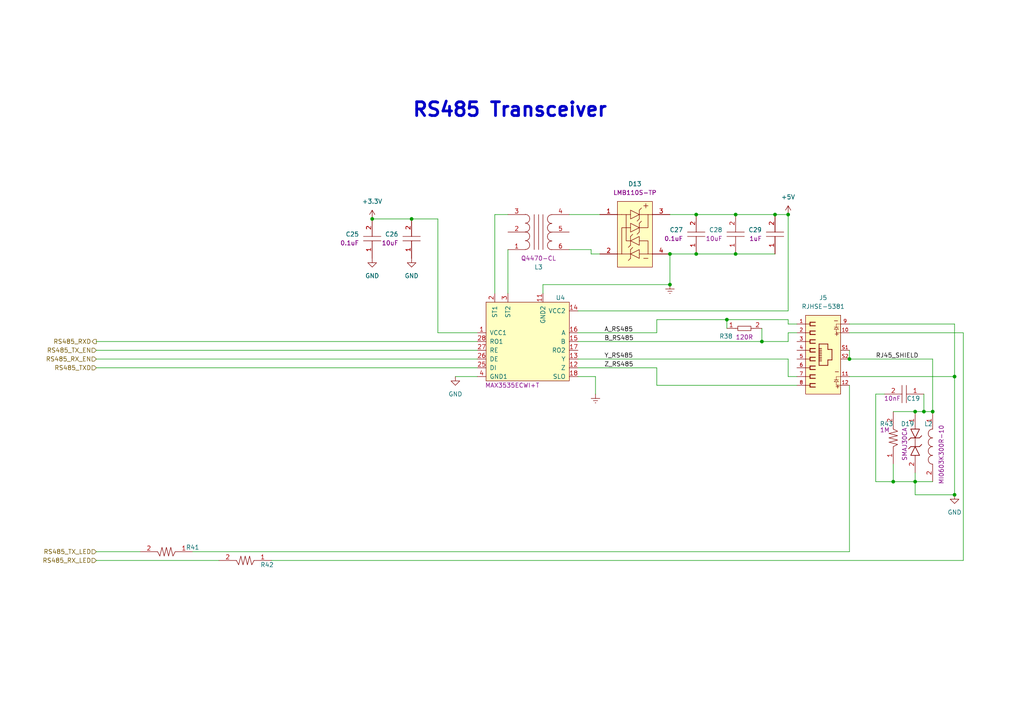
<source format=kicad_sch>
(kicad_sch (version 20231120) (generator "eeschema") (generator_version "8.0")
  (paper "A4")
  (lib_symbols
    (symbol "AVR-KiCAD-Lib-Capacitors:C0805C103KCRACAUTO" (pin_names (offset 1.016))
      (property "Reference" "C" (at -2.54 2.54 0))
      (property "_Value_" "10nF" (at 58.42 63.5 0))
      (symbol "C0805C103KCRACAUTO_1_1"
        (pin input line (at -5.08 0 0) (length 5.08) (name "~") (number "1"))
        (pin input line (at 6.35 0 180) (length 5.08) (name "~") (number "2"))
      )
    )
    (symbol "AVR-KiCAD-Lib-Capacitors:C1206C105K3RACAUTO" (pin_names (offset 1.016))
      (property "Reference" "C" (at -2.54 2.54 0))
      (property "_Value_" "1uF" (at 58.42 63.5 0))
      (symbol "C1206C105K3RACAUTO_1_1"
        (pin input line (at -5.08 0 0) (length 5.08) (name "~") (number "1"))
        (pin input line (at 6.35 0 180) (length 5.08) (name "~") (number "2"))
      )
    )
    (symbol "AVR-KiCAD-Lib-Capacitors:CGA5L3X5R1V106K160AB" (pin_names (offset 1.016))
      (property "Reference" "C" (at -2.54 2.54 0))
      (property "_Value_" "10uF" (at 58.42 63.5 0))
      (symbol "CGA5L3X5R1V106K160AB_1_1"
        (pin input line (at -5.08 0 0) (length 5.08) (name "~") (number "1"))
        (pin input line (at 6.35 0 180) (length 5.08) (name "~") (number "2"))
      )
    )
    (symbol "AVR-KiCAD-Lib-Capacitors:CL10B104JB8NNNC" (pin_names (offset 1.016))
      (property "Reference" "C" (at -2.54 2.54 0))
      (property "_Value_" "0.1uF" (at 58.42 63.5 0))
      (symbol "CL10B104JB8NNNC_1_1"
        (pin input line (at -5.08 0 0) (length 5.08) (name "~") (number "1"))
        (pin input line (at 6.35 0 180) (length 5.08) (name "~") (number "2"))
      )
    )
    (symbol "AVR-KiCAD-Lib-Connectors:RJHSE-5381" (pin_names (offset 1.016))
      (property "Reference" "J" (at -2.54 2.54 0))
      (property "Value" "RJHSE-5381" (at 1.27 5.08 0))
      (symbol "RJHSE-5381_1_1"
        (text "+" (at 0 -21.336 0) (effects (font (size 1.27 1.27)) (justify left bottom)))
        (text "+" (at 0.254 -6.096 0) (effects (font (size 1.27 1.27)) (justify left bottom)))
        (text "-" (at 0.2286 -17.0434 0) (effects (font (size 1.27 1.27)) (justify left bottom)))
        (text "-" (at 0.4826 -2.2606 0) (effects (font (size 1.27 1.27)) (justify left bottom)))
        (pin passive line (at 12.7 -2.54 180) (length 2.54) (name "~") (number "1"))
        (pin passive line (at -2.54 -5.08 0) (length 2.54) (name "~") (number "10"))
        (pin passive line (at -2.54 -17.78 0) (length 2.54) (name "~") (number "11"))
        (pin passive line (at -2.54 -20.32 0) (length 2.54) (name "~") (number "12"))
        (pin passive line (at 12.7 -5.08 180) (length 2.54) (name "~") (number "2"))
        (pin passive line (at 12.7 -7.62 180) (length 2.54) (name "~") (number "3"))
        (pin passive line (at 12.7 -10.16 180) (length 2.54) (name "~") (number "4"))
        (pin passive line (at 12.7 -12.7 180) (length 2.54) (name "~") (number "5"))
        (pin passive line (at 12.7 -15.24 180) (length 2.54) (name "~") (number "6"))
        (pin passive line (at 12.7 -17.78 180) (length 2.54) (name "~") (number "7"))
        (pin passive line (at 12.7 -20.32 180) (length 2.54) (name "~") (number "8"))
        (pin passive line (at -2.54 -2.54 0) (length 2.54) (name "~") (number "9"))
        (pin passive line (at -2.54 -10.16 0) (length 2.54) (name "~") (number "S1"))
        (pin passive line (at -2.54 -12.7 0) (length 2.54) (name "~") (number "S2"))
      )
    )
    (symbol "AVR-KiCAD-Lib-Diodes:LMB110S-TP" (pin_names (offset 1.016))
      (property "Reference" "D" (at 0 19.05 0))
      (property "_Value_" "LMB110S-TP" (at 62.23 77.47 0))
      (symbol "LMB110S-TP_1_1"
        (pin passive line (at -5.08 13.97 0) (length 5.08) (name "~") (number "1"))
        (pin passive line (at -5.08 2.54 0) (length 5.08) (name "~") (number "2"))
        (pin passive line (at 15.24 13.97 180) (length 5.08) (name "") (number "3"))
        (pin passive line (at 15.24 2.54 180) (length 5.08) (name "") (number "4"))
      )
    )
    (symbol "AVR-KiCAD-Lib-Diodes:SMAJ30CA" (pin_names (offset 1.016))
      (property "Reference" "D" (at -2.54 2.54 0))
      (property "_Value_" "SMAJ30CA" (at 58.42 63.5 0))
      (symbol "SMAJ30CA_1_1"
        (pin passive line (at -8.89 0 0) (length 5.08) (name "~") (number "1"))
        (pin passive line (at 8.89 0 180) (length 5.08) (name "~") (number "2"))
      )
    )
    (symbol "AVR-KiCAD-Lib-ICs:MAX3535ECWI+T" (pin_names (offset 1.016))
      (property "Reference" "U" (at -5.08 34.29 0))
      (property "_Value_" "MAX3535ECWI+T" (at 7.62 -1.27 0))
      (symbol "MAX3535ECWI+T_1_1"
        (pin power_in line (at -2.54 13.97 0) (length 2.54) (name "VCC1") (number "1"))
        (pin passive line (at 16.51 25.4 270) (length 2.54) (name "GND2") (number "11"))
        (pin output line (at 26.67 3.81 180) (length 2.54) (name "Z") (number "12"))
        (pin output line (at 26.67 6.35 180) (length 2.54) (name "Y") (number "13"))
        (pin power_in line (at 26.67 20.32 180) (length 2.54) (name "VCC2") (number "14"))
        (pin input line (at 26.67 11.43 180) (length 2.54) (name "B") (number "15"))
        (pin input line (at 26.67 13.97 180) (length 2.54) (name "A") (number "16"))
        (pin output line (at 26.67 8.89 180) (length 2.54) (name "RO2") (number "17"))
        (pin input line (at 26.67 1.27 180) (length 2.54) (name "SLO") (number "18"))
        (pin output line (at 2.54 25.4 270) (length 2.54) (name "ST1") (number "2"))
        (pin input line (at -2.54 3.81 0) (length 2.54) (name "DI") (number "25"))
        (pin input line (at -2.54 6.35 0) (length 2.54) (name "DE") (number "26"))
        (pin output line (at -2.54 8.89 0) (length 2.54) (name "RE") (number "27"))
        (pin output line (at -2.54 11.43 0) (length 2.54) (name "RO1") (number "28"))
        (pin output line (at 6.35 25.4 270) (length 2.54) (name "ST2") (number "3"))
        (pin passive line (at -2.54 1.27 0) (length 2.54) (name "GND1") (number "4"))
      )
    )
    (symbol "AVR-KiCAD-Lib-Inductors:MI0603K300R-10" (pin_names (offset 1.016))
      (property "Reference" "L" (at -2.54 2.54 0))
      (property "_Value_" "MI0603K300R-10" (at 58.42 63.5 0))
      (symbol "MI0603K300R-10_1_1"
        (pin input line (at -10.16 0 0) (length 5.08) (name "~") (number "1"))
        (pin input line (at 10.16 0 180) (length 5.08) (name "~") (number "2"))
      )
    )
    (symbol "AVR-KiCAD-Lib-Resistors:AC0402FR-07120RL" (pin_names (offset 1.016))
      (property "Reference" "R" (at -2.54 2.54 0))
      (property "Value" "AC0402FR-07120RL" (at 1.27 5.08 0))
      (property "_Value_" "120R" (at 58.42 63.5 0))
      (symbol "AC0402FR-07120RL_1_1"
        (pin passive line (at -5.08 0 0) (length 2.5146) (name "~") (number "1"))
        (pin passive line (at 5.08 0 180) (length 2.5146) (name "~") (number "2"))
      )
    )
    (symbol "AVR-KiCAD-Lib-Resistors:RC0603FR-07470RL" (pin_names (offset 1.016))
      (property "Reference" "R" (at -2.54 2.54 0))
      (property "Value" "RC0603FR-07470RL" (at 1.27 5.08 0))
      (symbol "RC0603FR-07470RL_1_1"
        (pin passive line (at -7.62 0 0) (length 5.08) (name "~") (number "1"))
        (pin passive line (at 7.62 0 180) (length 5.08) (name "~") (number "2"))
      )
    )
    (symbol "AVR-KiCAD-Lib-Resistors:RC1206FR-071ML" (pin_names (offset 1.016))
      (property "Reference" "R" (at -2.54 2.54 0))
      (property "Value" "RC1206FR-071ML" (at 1.27 5.08 0))
      (property "_Value_" "1M" (at 58.42 63.5 0))
      (symbol "RC1206FR-071ML_1_1"
        (pin passive line (at -7.62 0 0) (length 5.08) (name "~") (number "1"))
        (pin passive line (at 7.62 0 180) (length 5.08) (name "~") (number "2"))
      )
    )
    (symbol "AVR-KiCAD-Lib-Transformers:Q4470-CL" (pin_names (offset 1.016))
      (property "Reference" "L" (at -7.62 8.89 0))
      (property "_Value_" "Q4470-CL" (at 58.42 63.5 0))
      (symbol "Q4470-CL_1_1"
        (pin bidirectional line (at -8.89 5.08 0) (length 5.08) (name "~") (number "1"))
        (pin bidirectional line (at -8.89 0 0) (length 5.08) (name "~") (number "2"))
        (pin bidirectional line (at -8.89 -5.08 0) (length 5.08) (name "") (number "3"))
        (pin bidirectional line (at 8.89 -5.08 180) (length 5.08) (name "") (number "4"))
        (pin bidirectional line (at 8.89 0 180) (length 5.08) (name "") (number "5"))
        (pin bidirectional line (at 8.89 5.08 180) (length 5.08) (name "") (number "6"))
      )
    )
    (symbol "power:+3.3V" (power) (pin_names (offset 0))
      (property "Value" "+3.3V" (at 0 3.556 0))
      (symbol "+3.3V_1_1"
        (pin power_in line (at 0 0 90) (length 0) hide (name "+3.3V") (number "1"))
      )
    )
    (symbol "power:+5V" (power) (pin_names (offset 0))
      (property "Value" "+5V" (at 0 3.556 0))
      (symbol "+5V_1_1"
        (pin power_in line (at 0 0 90) (length 0) hide (name "+5V") (number "1"))
      )
    )
    (symbol "power:Earth" (power) (pin_names (offset 0))
      (symbol "Earth_1_1"
        (pin power_in line (at 0 0 270) (length 0) hide (name "Earth") (number "1"))
      )
    )
    (symbol "power:GND" (power) (pin_names (offset 0))
      (property "Value" "GND" (at 0 -3.81 0))
      (symbol "GND_1_1"
        (pin power_in line (at 0 0 270) (length 0) hide (name "GND") (number "1"))
      )
    )
  )
  (junction (at 276.86 143.51))
  (junction (at 246.38 104.14))
  (junction (at 276.86 109.22))
  (junction (at 224.79 62.23))
  (junction (at 267.97 119.38))
  (junction (at 228.6 62.23))
  (junction (at 270.51 119.38))
  (junction (at 265.43 119.38))
  (junction (at 220.98 99.06))
  (junction (at 265.43 139.7))
  (junction (at 107.95 63.5))
  (junction (at 201.93 62.23))
  (junction (at 194.31 82.55))
  (junction (at 213.36 73.66))
  (junction (at 259.08 139.7))
  (junction (at 201.93 73.66))
  (junction (at 194.31 73.66))
  (junction (at 119.38 63.5))
  (junction (at 213.36 62.23))
  (junction (at 210.82 92.71))
  (wire (pts (xy 165.1 72.39) (xy 171.45 72.39)))
  (wire (pts (xy 171.45 72.39) (xy 171.45 73.66)))
  (wire (pts (xy 190.5 92.71) (xy 210.82 92.71)))
  (wire (pts (xy 265.43 139.7) (xy 270.51 139.7)))
  (wire (pts (xy 265.43 119.38) (xy 259.08 119.38)))
  (wire (pts (xy 201.93 73.66) (xy 213.36 73.66)))
  (wire (pts (xy 220.98 95.25) (xy 220.98 99.06)))
  (wire (pts (xy 210.82 92.71) (xy 210.82 95.25)))
  (wire (pts (xy 27.94 99.06) (xy 138.43 99.06)))
  (wire (pts (xy 228.6 109.22) (xy 231.14 109.22)))
  (wire (pts (xy 119.38 63.5) (xy 127 63.5)))
  (wire (pts (xy 265.43 139.7) (xy 265.43 143.51)))
  (wire (pts (xy 213.36 62.23) (xy 224.79 62.23)))
  (wire (pts (xy 267.97 119.38) (xy 265.43 119.38)))
  (wire (pts (xy 246.38 111.76) (xy 246.38 160.02)))
  (wire (pts (xy 228.6 96.52) (xy 231.14 96.52)))
  (wire (pts (xy 143.51 62.23) (xy 143.51 85.09)))
  (wire (pts (xy 210.82 92.71) (xy 228.6 92.71)))
  (wire (pts (xy 224.79 62.23) (xy 228.6 62.23)))
  (wire (pts (xy 246.38 101.6) (xy 246.38 104.14)))
  (wire (pts (xy 167.64 109.22) (xy 172.72 109.22)))
  (wire (pts (xy 190.5 96.52) (xy 190.5 92.71)))
  (wire (pts (xy 228.6 93.98) (xy 231.14 93.98)))
  (wire (pts (xy 265.43 137.16) (xy 265.43 139.7)))
  (wire (pts (xy 246.38 96.52) (xy 279.4 96.52)))
  (wire (pts (xy 265.43 139.7) (xy 259.08 139.7)))
  (wire (pts (xy 127 96.52) (xy 127 63.5)))
  (wire (pts (xy 270.51 119.38) (xy 267.97 119.38)))
  (wire (pts (xy 147.32 85.09) (xy 147.32 72.39)))
  (wire (pts (xy 27.94 101.6) (xy 138.43 101.6)))
  (wire (pts (xy 190.5 111.76) (xy 231.14 111.76)))
  (wire (pts (xy 194.31 82.55) (xy 157.48 82.55)))
  (wire (pts (xy 228.6 92.71) (xy 228.6 93.98)))
  (wire (pts (xy 228.6 90.17) (xy 228.6 62.23)))
  (wire (pts (xy 265.43 143.51) (xy 276.86 143.51)))
  (wire (pts (xy 279.4 96.52) (xy 279.4 162.56)))
  (wire (pts (xy 276.86 109.22) (xy 276.86 143.51)))
  (wire (pts (xy 165.1 62.23) (xy 173.99 62.23)))
  (wire (pts (xy 246.38 93.98) (xy 276.86 93.98)))
  (wire (pts (xy 228.6 104.14) (xy 228.6 109.22)))
  (wire (pts (xy 78.74 162.56) (xy 279.4 162.56)))
  (wire (pts (xy 259.08 139.7) (xy 254 139.7)))
  (wire (pts (xy 259.08 134.62) (xy 259.08 139.7)))
  (wire (pts (xy 220.98 99.06) (xy 228.6 99.06)))
  (wire (pts (xy 276.86 93.98) (xy 276.86 109.22)))
  (wire (pts (xy 167.64 96.52) (xy 190.5 96.52)))
  (wire (pts (xy 228.6 99.06) (xy 228.6 96.52)))
  (wire (pts (xy 276.86 109.22) (xy 246.38 109.22)))
  (wire (pts (xy 172.72 109.22) (xy 172.72 114.3)))
  (wire (pts (xy 267.97 114.3) (xy 267.97 119.38)))
  (wire (pts (xy 256.54 114.3) (xy 254 114.3)))
  (wire (pts (xy 167.64 99.06) (xy 220.98 99.06)))
  (wire (pts (xy 27.94 160.02) (xy 40.64 160.02)))
  (wire (pts (xy 167.64 106.68) (xy 190.5 106.68)))
  (wire (pts (xy 167.64 104.14) (xy 228.6 104.14)))
  (wire (pts (xy 132.08 109.22) (xy 138.43 109.22)))
  (wire (pts (xy 194.31 73.66) (xy 201.93 73.66)))
  (wire (pts (xy 254 114.3) (xy 254 139.7)))
  (wire (pts (xy 157.48 82.55) (xy 157.48 85.09)))
  (wire (pts (xy 190.5 106.68) (xy 190.5 111.76)))
  (wire (pts (xy 270.51 104.14) (xy 246.38 104.14)))
  (wire (pts (xy 171.45 73.66) (xy 173.99 73.66)))
  (wire (pts (xy 55.88 160.02) (xy 246.38 160.02)))
  (wire (pts (xy 107.95 63.5) (xy 119.38 63.5)))
  (wire (pts (xy 27.94 106.68) (xy 138.43 106.68)))
  (wire (pts (xy 167.64 90.17) (xy 228.6 90.17)))
  (wire (pts (xy 147.32 62.23) (xy 143.51 62.23)))
  (wire (pts (xy 213.36 73.66) (xy 224.79 73.66)))
  (wire (pts (xy 27.94 104.14) (xy 138.43 104.14)))
  (wire (pts (xy 194.31 73.66) (xy 194.31 82.55)))
  (wire (pts (xy 127 96.52) (xy 138.43 96.52)))
  (wire (pts (xy 201.93 62.23) (xy 194.31 62.23)))
  (wire (pts (xy 270.51 119.38) (xy 270.51 104.14)))
  (wire (pts (xy 201.93 62.23) (xy 213.36 62.23)))
  (wire (pts (xy 27.94 162.56) (xy 63.5 162.56)))
  (text "RS485 Transceiver" (at 119.38 34.29 0) (effects (font (size 4 4) (thickness 0.8) (bold yes)) (justify left bottom)))
  (label "B_RS485" (at 175.26 99.06 0))
  (label "RJ45_SHIELD" (at 254 104.14 0))
  (label "Z_RS485" (at 175.26 106.68 0))
  (label "A_RS485" (at 175.26 96.52 0))
  (label "Y_RS485" (at 175.26 104.14 0))
  (hierarchical_label "RS485_RX_LED" (shape input) (at 27.94 162.56 180))
  (hierarchical_label "RS485_TX_EN" (shape input) (at 27.94 101.6 180))
  (hierarchical_label "RS485_RX_EN" (shape input) (at 27.94 104.14 180))
  (hierarchical_label "RS485_TXD" (shape input) (at 27.94 106.68 180))
  (hierarchical_label "RS485_RXD" (shape output) (at 27.94 99.06 180))
  (hierarchical_label "RS485_TX_LED" (shape input) (at 27.94 160.02 180))
  (symbol (lib_id "power:Earth") (at 172.72 114.3 0) (unit 1)
    (property "Reference" "#PWR068" (effects (hide yes)))
    (property "Value" "Earth" (effects (hide yes)))
  )
  (symbol (lib_id "AVR-KiCAD-Lib-Capacitors:C1206C105K3RACAUTO") (at 224.79 68.58 90) (unit 1)
    (property "Reference" "C29" (at 220.98 66.675 90) (effects (justify left)))
    (property "Value" "C1206C105K3RACAUTO" (effects (hide yes)))
    (property "Footprint" "AVR-KiCAD-Lib-Diodes:D_SOD-123" (effects (hide yes)))
    (property "Datasheet" "https://content.kemet.com/datasheets/KEM_C1023_X7R_AUTO_SMD.pdf" (effects (hide yes)))
    (property "Description" "1µF ±10% 25V Ceramic Capacitor X7R 1206 (3216 Metric)" (effects (hide yes)))
    (property "Cost QTY: 1" "0.25000" (effects (hide yes)))
    (property "Cost QTY: 1000" "0.06064" (effects (hide yes)))
    (property "Cost QTY: 2500" "*" (effects (hide yes)))
    (property "Cost QTY: 5000" "*" (effects (hide yes)))
    (property "Cost QTY: 10000" "0.04594" (effects (hide yes)))
    (property "MFR" "KEMET" (effects (hide yes)))
    (property "MFR#" "C1206C105K3RACAUTO" (effects (hide yes)))
    (property "Vendor" "Digikey" (effects (hide yes)))
    (property "Vendor #" "399-7010-1-ND" (effects (hide yes)))
    (property "Designer" "AVR" (effects (hide yes)))
    (property "Height" "1.40mm" (effects (hide yes)))
    (property "Date Created" "7/31/2020" (effects (hide yes)))
    (property "Date Modified" "7/31/2020" (effects (hide yes)))
    (property "Lead-Free ?" "YES" (effects (hide yes)))
    (property "RoHS Levels" "1" (effects (hide yes)))
    (property "Mounting" "SMT" (effects (hide yes)))
    (property "Pin Count #" "2" (effects (hide yes)))
    (property "Status" "Active" (effects (hide yes)))
    (property "Tolerance" "10%" (effects (hide yes)))
    (property "Type" "Capacitor" (effects (hide yes)))
    (property "Voltage" "25V" (effects (hide yes)))
    (property "Package" "1206" (effects (hide yes)))
    (property "_Value_" "1uF" (at 220.98 69.215 90) (effects (justify left)))
    (property "Management_ID" "*" (effects (hide yes)))
  )
  (symbol (lib_id "AVR-KiCAD-Lib-Inductors:MI0603K300R-10") (at 270.51 129.54 90) (mirror x) (unit 1)
    (property "Reference" "L2" (at 270.51 122.936 90) (effects (justify left)))
    (property "Value" "MI0603K300R-10" (effects (hide yes)))
    (property "Footprint" "AVR-KiCAD-Lib-Inductors:MI0603K300R-10" (effects (hide yes)))
    (property "Datasheet" "https://www.laird.com/sites/default/files/2018-11/Catalog_EMI%20FILTERING%20RF%200717.pdf" (effects (hide yes)))
    (property "Description" "30 Ohms @ 100MHz 1 Power Line Ferrite Bead 0603 (1608 Metric) 1.5A 90mOhm" (effects (hide yes)))
    (property "Cost QTY: 1" "0.16000" (effects (hide yes)))
    (property "Cost QTY: 1000" "0.04313" (effects (hide yes)))
    (property "Cost QTY: 2500" "*" (effects (hide yes)))
    (property "Cost QTY: 5000" "*" (effects (hide yes)))
    (property "Cost QTY: 10000" "*" (effects (hide yes)))
    (property "MFR" "Laird-Signal Integrity Products" (effects (hide yes)))
    (property "MFR#" "MI0603K300R-10" (effects (hide yes)))
    (property "Vendor" "Digikey" (effects (hide yes)))
    (property "Vendor #" "240-2373-1-ND" (effects (hide yes)))
    (property "Designer" "AVR" (effects (hide yes)))
    (property "Height" "0.95mm" (effects (hide yes)))
    (property "Date Created" "6/16/2020" (effects (hide yes)))
    (property "Date Modified" "6/16/2020" (effects (hide yes)))
    (property "Lead-Free ?" "Yes" (effects (hide yes)))
    (property "RoHS Levels" "1" (effects (hide yes)))
    (property "Mounting" "SMT" (effects (hide yes)))
    (property "Pin Count #" "2" (effects (hide yes)))
    (property "Status" "Active" (effects (hide yes)))
    (property "Tolerance" "*" (effects (hide yes)))
    (property "Type" "Ferrite Bead" (effects (hide yes)))
    (property "Voltage" "*" (effects (hide yes)))
    (property "Package" "0603" (effects (hide yes)))
    (property "_Value_" "MI0603K300R-10" (at 273.05 123.19 0) (effects (justify left)))
    (property "Management_ID" "*" (effects (hide yes)))
  )
  (symbol (lib_id "AVR-KiCAD-Lib-Capacitors:CGA5L3X5R1V106K160AB") (at 213.36 68.58 90) (unit 1)
    (property "Reference" "C28" (at 209.55 66.675 90) (effects (justify left)))
    (property "Value" "CGA5L3X5R1V106K160AB" (effects (hide yes)))
    (property "Footprint" "AVR-KiCAD-Lib-Capacitors:C1206" (effects (hide yes)))
    (property "Datasheet" "https://product.tdk.com/system/files/dam/doc/product/capacitor/ceramic/mlcc/catalog/mlcc_automotive_general_en.pdf" (effects (hide yes)))
    (property "Description" "10 µF ±10% 35V Ceramic Capacitor X5R 1206 (3216 Metric)" (effects (hide yes)))
    (property "Cost QTY: 1" "*" (effects (hide yes)))
    (property "Cost QTY: 1000" "*" (effects (hide yes)))
    (property "Cost QTY: 2500" "*" (effects (hide yes)))
    (property "Cost QTY: 5000" "*" (effects (hide yes)))
    (property "Cost QTY: 10000" "*" (effects (hide yes)))
    (property "MFR" "TDK Corporation" (effects (hide yes)))
    (property "MFR#" "CGA5L3X5R1V106K160AB" (effects (hide yes)))
    (property "Vendor" "Digikey" (effects (hide yes)))
    (property "Vendor #" "445-7887-2-ND" (effects (hide yes)))
    (property "Designer" "AVR" (effects (hide yes)))
    (property "Height" "1.9mm" (effects (hide yes)))
    (property "Date Created" "10/13/2022" (effects (hide yes)))
    (property "Date Modified" "10/13/2022" (effects (hide yes)))
    (property "Lead-Free ?" "Yes" (effects (hide yes)))
    (property "RoHS Levels" "1" (effects (hide yes)))
    (property "Mounting" "SMT" (effects (hide yes)))
    (property "Pin Count #" "2" (effects (hide yes)))
    (property "Status" "Active" (effects (hide yes)))
    (property "Tolerance" "10%" (effects (hide yes)))
    (property "Type" "Ceramic Cap" (effects (hide yes)))
    (property "Voltage" "35V" (effects (hide yes)))
    (property "Package" "1206" (effects (hide yes)))
    (property "_Value_" "10uF" (at 209.55 69.215 90) (effects (justify left)))
    (property "Management_ID" "*" (effects (hide yes)))
  )
  (symbol (lib_id "AVR-KiCAD-Lib-Connectors:RJHSE-5381") (at 243.84 91.44 0) (mirror y) (unit 1)
    (property "Reference" "J5" (at 238.76 86.36 0))
    (property "Value" "RJHSE-5381" (at 238.76 88.9 0))
    (property "Footprint" "AVR-KiCAD-Lib-Connectors:AMPHENOL_RJHSE-5381" (effects (hide yes)))
    (property "Datasheet" "https://cdn.amphenol-icc.com/media/wysiwyg/files/drawing/rjhse538x.pdf" (effects (hide yes)))
    (property "Description" "Jack Modular Connector 8p8c (RJ45, Ethernet) 90° Angle (Right) Shielded, EMI Finger" (effects (hide yes)))
    (property "Cost QTY: 1" "1.98000" (effects (hide yes)))
    (property "Cost QTY: 1000" "1.09761" (effects (hide yes)))
    (property "Cost QTY: 2500" "1.02444" (effects (hide yes)))
    (property "Cost QTY: 5000" "*" (effects (hide yes)))
    (property "Cost QTY: 10000" "*" (effects (hide yes)))
    (property "MFR" "Amphenol ICC (Commercial Products)" (effects (hide yes)))
    (property "MFR#" "RJHSE-5381" (effects (hide yes)))
    (property "Vendor" "Digikey" (effects (hide yes)))
    (property "Vendor #" "RJHSE-5381-ND" (effects (hide yes)))
    (property "Designer" "AVR" (effects (hide yes)))
    (property "Height" "13.46mm" (effects (hide yes)))
    (property "Date Created" "6/16/2020" (effects (hide yes)))
    (property "Date Modified" "4/26/2024" (effects (hide yes)))
    (property "Lead-Free ?" "Yes" (effects (hide yes)))
    (property "RoHS Levels" "1" (effects (hide yes)))
    (property "Mounting" "ThroughHole" (effects (hide yes)))
    (property "Pin Count #" "14" (effects (hide yes)))
    (property "Status" "Active" (effects (hide yes)))
    (property "Tolerance" "*" (effects (hide yes)))
    (property "Type" "RJ45" (effects (hide yes)))
    (property "Voltage" "*" (effects (hide yes)))
    (property "Package" "*" (effects (hide yes)))
    (property "_Value_" "RJ45 NO MAG" (effects (hide yes)))
    (property "Management_ID" "*" (effects (hide yes)))
  )
  (symbol (lib_id "power:GND") (at 107.95 74.93 0) (unit 1)
    (property "Reference" "#PWR065" (effects (hide yes)))
    (property "Value" "GND" (at 107.95 80.01 0))
  )
  (symbol (lib_id "AVR-KiCAD-Lib-Resistors:RC0603FR-07470RL") (at 48.26 160.02 180) (unit 1)
    (property "Reference" "R41" (at 55.88 158.75 0))
    (property "Value" "RC0603FR-07470RL" (effects (hide yes)))
    (property "Footprint" "AVR-KiCAD-Lib-Resistors:R0603" (effects (hide yes)))
    (property "Description" "RES SMD 470 OHM 1% 1/10W 0603" (effects (hide yes)))
    (property "Cost QTY: 1" "0.100" (effects (hide yes)))
    (property "Cost QTY: 1000" "0.00476" (effects (hide yes)))
    (property "Cost QTY: 2500" "0.00418" (effects (hide yes)))
    (property "Cost QTY: 5000" "*" (effects (hide yes)))
    (property "Cost QTY: 10000" "*" (effects (hide yes)))
    (property "MFR" "Yageo" (effects (hide yes)))
    (property "MFR#" "RC0603FR-07470RL" (effects (hide yes)))
    (property "Vendor" "Digikey" (effects (hide yes)))
    (property "Vendor #" "311-470HRCT-ND" (effects (hide yes)))
    (property "Designer" "AVR" (effects (hide yes)))
    (property "Height" "0.55mm" (effects (hide yes)))
    (property "Date Created" "4/23/2019" (effects (hide yes)))
    (property "Date Modified" "4/23/2019" (effects (hide yes)))
    (property "Lead-Free ?" "Yes" (effects (hide yes)))
    (property "RoHS Levels" "1" (effects (hide yes)))
    (property "Mounting" "SMT" (effects (hide yes)))
    (property "Pin Count #" "2" (effects (hide yes)))
    (property "Status" "Active" (effects (hide yes)))
    (property "Tolerance" "1%" (effects (hide yes)))
    (property "Type" "SMT Chip Resistor" (effects (hide yes)))
    (property "Voltage" "*" (effects (hide yes)))
    (property "Package" "0603" (effects (hide yes)))
    (property "_Value_" "470r" (effects (hide yes)))
    (property "Management_ID" "*" (effects (hide yes)))
  )
  (symbol (lib_id "AVR-KiCAD-Lib-ICs:MAX3535ECWI+T") (at 140.97 110.49 0) (unit 1)
    (property "Reference" "U4" (at 162.56 86.36 0))
    (property "Value" "MAX3535ECWI+T" (effects (hide yes)))
    (property "Footprint" "AVR-KiCAD-Lib-ICs:21-0145_W28M&plus_9_MXM" (effects (hide yes)))
    (property "Datasheet" "https://www.analog.com/media/en/technical-documentation/data-sheets/max3535e-mxl1535e.pdf" (effects (hide yes)))
    (property "Description" "1/1 Transceiver Full RS422, RS485 28-SOIC" (effects (hide yes)))
    (property "Cost QTY: 1" "13.07000" (effects (hide yes)))
    (property "Cost QTY: 1000" "8.27473" (effects (hide yes)))
    (property "Cost QTY: 2500" "*" (effects (hide yes)))
    (property "Cost QTY: 5000" "*" (effects (hide yes)))
    (property "Cost QTY: 10000" "*" (effects (hide yes)))
    (property "MFR" "Analog Devices Inc./Maxim Integrated" (effects (hide yes)))
    (property "MFR#" "MAX3535ECWI+T" (effects (hide yes)))
    (property "Vendor" "Digikey" (effects (hide yes)))
    (property "Vendor #" "MAX3535ECWI+TTR-ND" (effects (hide yes)))
    (property "Designer" "Adam Vadala-Roth" (effects (hide yes)))
    (property "Height" "2.65mm" (effects (hide yes)))
    (property "Date Created" "10/4/2023" (effects (hide yes)))
    (property "Date Modified" "10/4/2023" (effects (hide yes)))
    (property "Lead-Free ?" "Yes" (effects (hide yes)))
    (property "RoHS Levels" "1" (effects (hide yes)))
    (property "Mounting" "SMT" (effects (hide yes)))
    (property "Pin Count #" "16" (effects (hide yes)))
    (property "Status" "Active" (effects (hide yes)))
    (property "Tolerance" "N/A" (effects (hide yes)))
    (property "Type" "Integrated Circuit" (effects (hide yes)))
    (property "Voltage" "3-5.5V" (effects (hide yes)))
    (property "Package" "SOIC28 (16 Leads)" (effects (hide yes)))
    (property "_Value_" "MAX3535ECWI+T" (at 148.59 111.76 0))
    (property "Management_ID" "*" (effects (hide yes)))
  )
  (symbol (lib_id "power:+5V") (at 228.6 62.23 0) (unit 1)
    (property "Reference" "#PWR070" (effects (hide yes)))
    (property "Value" "+5V" (at 228.6 57.15 0))
  )
  (symbol (lib_id "AVR-KiCAD-Lib-Capacitors:CL10B104JB8NNNC") (at 201.93 68.58 90) (unit 1)
    (property "Reference" "C27" (at 198.12 66.675 90) (effects (justify left)))
    (property "Value" "CL10B104JB8NNNC" (effects (hide yes)))
    (property "Footprint" "AVR-KiCAD-Lib-Capacitors:C0603" (effects (hide yes)))
    (property "Datasheet" "https://mm.digikey.com/Volume0/opasdata/d220001/medias/docus/609/CL10B104JB8NNNC_Spec.pdf" (effects (hide yes)))
    (property "Description" "0.1 µF ±5% 50V Ceramic Capacitor X7R 0603 (1608 Metric)" (effects (hide yes)))
    (property "Cost QTY: 1" "0.10000" (effects (hide yes)))
    (property "Cost QTY: 1000" "0.00975" (effects (hide yes)))
    (property "Cost QTY: 2500" "*" (effects (hide yes)))
    (property "Cost QTY: 5000" "*" (effects (hide yes)))
    (property "Cost QTY: 10000" "*" (effects (hide yes)))
    (property "MFR" "Samsung Electro-Mechanics" (effects (hide yes)))
    (property "MFR#" "CL10B104JB8NNNC" (effects (hide yes)))
    (property "Vendor" "Digikey" (effects (hide yes)))
    (property "Vendor #" "1276-1033-2-ND" (effects (hide yes)))
    (property "Designer" "Adam Vadala-Roth" (effects (hide yes)))
    (property "Height" "0.90" (effects (hide yes)))
    (property "Date Created" "10/3/2023" (effects (hide yes)))
    (property "Date Modified" "10/3/2023" (effects (hide yes)))
    (property "Lead-Free ?" "Yes" (effects (hide yes)))
    (property "RoHS Levels" "1" (effects (hide yes)))
    (property "Mounting" "SMT" (effects (hide yes)))
    (property "Pin Count #" "2" (effects (hide yes)))
    (property "Status" "Active" (effects (hide yes)))
    (property "Tolerance" "5%" (effects (hide yes)))
    (property "Type" "Capacitor" (effects (hide yes)))
    (property "Voltage" "50V" (effects (hide yes)))
    (property "Package" "0603" (effects (hide yes)))
    (property "_Value_" "0.1uF" (at 198.12 69.215 90) (effects (justify left)))
    (property "Management_ID" "*" (effects (hide yes)))
  )
  (symbol (lib_id "AVR-KiCAD-Lib-Capacitors:C0805C103KCRACAUTO") (at 262.89 114.3 0) (mirror y) (unit 1)
    (property "Reference" "C19" (at 264.922 115.57 0))
    (property "Value" "C0805C103KCRACAUTO" (effects (hide yes)))
    (property "Footprint" "AVR-KiCAD-Lib-Capacitors:C0805" (effects (hide yes)))
    (property "Datasheet" "https://content.kemet.com/datasheets/KEM_C1076_X7R_HV_AUTO_SMD.pdf" (effects (hide yes)))
    (property "Description" "CAP CER 0805 10NF 500V X7R 10%" (effects (hide yes)))
    (property "Cost QTY: 1" "0.35000" (effects (hide yes)))
    (property "Cost QTY: 1000" "0.08498" (effects (hide yes)))
    (property "Cost QTY: 2500" "*" (effects (hide yes)))
    (property "Cost QTY: 5000" "*" (effects (hide yes)))
    (property "Cost QTY: 10000" "*" (effects (hide yes)))
    (property "MFR" "Kemet" (effects (hide yes)))
    (property "MFR#" "C0805C103KCRACAUTO" (effects (hide yes)))
    (property "Vendor" "Digikey" (effects (hide yes)))
    (property "Vendor #" "399-16644-1-ND" (effects (hide yes)))
    (property "Designer" "AVR" (effects (hide yes)))
    (property "Height" "1.4mm" (effects (hide yes)))
    (property "Date Created" "4/29/2019" (effects (hide yes)))
    (property "Date Modified" "4/29/2019" (effects (hide yes)))
    (property "Lead-Free ?" "Yes" (effects (hide yes)))
    (property "RoHS Levels" "1" (effects (hide yes)))
    (property "Mounting" "SMT" (effects (hide yes)))
    (property "Pin Count #" "2" (effects (hide yes)))
    (property "Status" "Active" (effects (hide yes)))
    (property "Tolerance" "10%" (effects (hide yes)))
    (property "Type" "SMT Ceramic Cap" (effects (hide yes)))
    (property "Voltage" "500V" (effects (hide yes)))
    (property "Package" "0805" (effects (hide yes)))
    (property "_Value_" "10nF" (at 258.826 115.57 0))
    (property "Management_ID" "*" (effects (hide yes)))
  )
  (symbol (lib_id "AVR-KiCAD-Lib-Capacitors:CL10B104JB8NNNC") (at 107.95 69.85 90) (unit 1)
    (property "Reference" "C25" (at 104.14 67.945 90) (effects (justify left)))
    (property "Value" "CL10B104JB8NNNC" (effects (hide yes)))
    (property "Footprint" "AVR-KiCAD-Lib-Capacitors:C0603" (effects (hide yes)))
    (property "Datasheet" "https://mm.digikey.com/Volume0/opasdata/d220001/medias/docus/609/CL10B104JB8NNNC_Spec.pdf" (effects (hide yes)))
    (property "Description" "0.1 µF ±5% 50V Ceramic Capacitor X7R 0603 (1608 Metric)" (effects (hide yes)))
    (property "Cost QTY: 1" "0.10000" (effects (hide yes)))
    (property "Cost QTY: 1000" "0.00975" (effects (hide yes)))
    (property "Cost QTY: 2500" "*" (effects (hide yes)))
    (property "Cost QTY: 5000" "*" (effects (hide yes)))
    (property "Cost QTY: 10000" "*" (effects (hide yes)))
    (property "MFR" "Samsung Electro-Mechanics" (effects (hide yes)))
    (property "MFR#" "CL10B104JB8NNNC" (effects (hide yes)))
    (property "Vendor" "Digikey" (effects (hide yes)))
    (property "Vendor #" "1276-1033-2-ND" (effects (hide yes)))
    (property "Designer" "Adam Vadala-Roth" (effects (hide yes)))
    (property "Height" "0.90" (effects (hide yes)))
    (property "Date Created" "10/3/2023" (effects (hide yes)))
    (property "Date Modified" "10/3/2023" (effects (hide yes)))
    (property "Lead-Free ?" "Yes" (effects (hide yes)))
    (property "RoHS Levels" "1" (effects (hide yes)))
    (property "Mounting" "SMT" (effects (hide yes)))
    (property "Pin Count #" "2" (effects (hide yes)))
    (property "Status" "Active" (effects (hide yes)))
    (property "Tolerance" "5%" (effects (hide yes)))
    (property "Type" "Capacitor" (effects (hide yes)))
    (property "Voltage" "50V" (effects (hide yes)))
    (property "Package" "0603" (effects (hide yes)))
    (property "_Value_" "0.1uF" (at 104.14 70.485 90) (effects (justify left)))
    (property "Management_ID" "*" (effects (hide yes)))
  )
  (symbol (lib_id "AVR-KiCAD-Lib-Capacitors:CGA5L3X5R1V106K160AB") (at 119.38 69.85 90) (unit 1)
    (property "Reference" "C26" (at 115.57 67.945 90) (effects (justify left)))
    (property "Value" "CGA5L3X5R1V106K160AB" (effects (hide yes)))
    (property "Footprint" "AVR-KiCAD-Lib-Capacitors:C1206" (effects (hide yes)))
    (property "Datasheet" "https://product.tdk.com/system/files/dam/doc/product/capacitor/ceramic/mlcc/catalog/mlcc_automotive_general_en.pdf" (effects (hide yes)))
    (property "Description" "10 µF ±10% 35V Ceramic Capacitor X5R 1206 (3216 Metric)" (effects (hide yes)))
    (property "Cost QTY: 1" "*" (effects (hide yes)))
    (property "Cost QTY: 1000" "*" (effects (hide yes)))
    (property "Cost QTY: 2500" "*" (effects (hide yes)))
    (property "Cost QTY: 5000" "*" (effects (hide yes)))
    (property "Cost QTY: 10000" "*" (effects (hide yes)))
    (property "MFR" "TDK Corporation" (effects (hide yes)))
    (property "MFR#" "CGA5L3X5R1V106K160AB" (effects (hide yes)))
    (property "Vendor" "Digikey" (effects (hide yes)))
    (property "Vendor #" "445-7887-2-ND" (effects (hide yes)))
    (property "Designer" "AVR" (effects (hide yes)))
    (property "Height" "1.9mm" (effects (hide yes)))
    (property "Date Created" "10/13/2022" (effects (hide yes)))
    (property "Date Modified" "10/13/2022" (effects (hide yes)))
    (property "Lead-Free ?" "Yes" (effects (hide yes)))
    (property "RoHS Levels" "1" (effects (hide yes)))
    (property "Mounting" "SMT" (effects (hide yes)))
    (property "Pin Count #" "2" (effects (hide yes)))
    (property "Status" "Active" (effects (hide yes)))
    (property "Tolerance" "10%" (effects (hide yes)))
    (property "Type" "Ceramic Cap" (effects (hide yes)))
    (property "Voltage" "35V" (effects (hide yes)))
    (property "Package" "1206" (effects (hide yes)))
    (property "_Value_" "10uF" (at 115.57 70.485 90) (effects (justify left)))
    (property "Management_ID" "*" (effects (hide yes)))
  )
  (symbol (lib_id "power:GND") (at 119.38 74.93 0) (unit 1)
    (property "Reference" "#PWR066" (effects (hide yes)))
    (property "Value" "GND" (at 119.38 80.01 0))
  )
  (symbol (lib_id "power:GND") (at 276.86 143.51 0) (unit 1)
    (property "Reference" "#PWR075" (effects (hide yes)))
    (property "Value" "GND" (at 276.86 148.59 0))
  )
  (symbol (lib_id "AVR-KiCAD-Lib-Resistors:RC1206FR-071ML") (at 259.08 127 270) (mirror x) (unit 1)
    (property "Reference" "R43" (at 259.08 122.936 90) (effects (justify right)))
    (property "Value" "RC1206FR-071ML" (effects (hide yes)))
    (property "Footprint" "AVR-KiCAD-Lib-Resistors:R1206" (effects (hide yes)))
    (property "Description" "RES SMD 1M OHM 1% 1/4W 1206" (effects (hide yes)))
    (property "Cost QTY: 1" "0.100" (effects (hide yes)))
    (property "Cost QTY: 1000" "0.01480" (effects (hide yes)))
    (property "Cost QTY: 2500" "0.01300" (effects (hide yes)))
    (property "Cost QTY: 5000" "*" (effects (hide yes)))
    (property "Cost QTY: 10000" "*" (effects (hide yes)))
    (property "MFR" "Yageo" (effects (hide yes)))
    (property "MFR#" "RC1206FR-071ML" (effects (hide yes)))
    (property "Vendor" "Digikey" (effects (hide yes)))
    (property "Vendor #" "311-1.00MFRCT-ND" (effects (hide yes)))
    (property "Designer" "AVR" (effects (hide yes)))
    (property "Height" "0.65mm" (effects (hide yes)))
    (property "Date Created" "4/28/2019" (effects (hide yes)))
    (property "Date Modified" "4/28/2019" (effects (hide yes)))
    (property "Lead-Free ?" "Yes" (effects (hide yes)))
    (property "RoHS Levels" "1" (effects (hide yes)))
    (property "Mounting" "SMT" (effects (hide yes)))
    (property "Pin Count #" "2" (effects (hide yes)))
    (property "Status" "Active" (effects (hide yes)))
    (property "Tolerance" "1%" (effects (hide yes)))
    (property "Type" "SMT Chip Resistor" (effects (hide yes)))
    (property "Voltage" "*" (effects (hide yes)))
    (property "Package" "1206" (effects (hide yes)))
    (property "_Value_" "1M" (at 258.064 124.714 90) (effects (justify right)))
    (property "Management_ID" "*" (effects (hide yes)))
  )
  (symbol (lib_id "power:GND") (at 132.08 109.22 0) (unit 1)
    (property "Reference" "#PWR067" (effects (hide yes)))
    (property "Value" "GND" (at 132.08 114.3 0))
  )
  (symbol (lib_id "power:+3.3V") (at 107.95 63.5 0) (unit 1)
    (property "Reference" "#PWR064" (effects (hide yes)))
    (property "Value" "+3.3V" (at 107.95 58.42 0))
  )
  (symbol (lib_id "AVR-KiCAD-Lib-Diodes:SMAJ30CA") (at 265.43 128.27 90) (mirror x) (unit 1)
    (property "Reference" "D19" (at 265.176 122.936 90) (effects (justify left)))
    (property "Value" "SMAJ30CA" (effects (hide yes)))
    (property "Footprint" "AVR-KiCAD-Lib-Diodes:SMAJ30CA" (effects (hide yes)))
    (property "Datasheet" "https://www.littelfuse.com/~/media/electronics/datasheets/tvs_diodes/littelfuse_tvs_diode_smaj_datasheet.pdf.pdf" (effects (hide yes)))
    (property "Description" "48.4V Clamp 8.3A Ipp Tvs Diode Surface Mount DO-214AC (SMA)" (effects (hide yes)))
    (property "Cost QTY: 1" "0.41000" (effects (hide yes)))
    (property "Cost QTY: 1000" "0.10000" (effects (hide yes)))
    (property "Cost QTY: 2500" "*" (effects (hide yes)))
    (property "Cost QTY: 5000" "*" (effects (hide yes)))
    (property "Cost QTY: 10000" "*" (effects (hide yes)))
    (property "MFR" "Littelfuse Inc." (effects (hide yes)))
    (property "MFR#" "SMAJ30CA" (effects (hide yes)))
    (property "Vendor" "Digikey" (effects (hide yes)))
    (property "Vendor #" "SMAJ30CALFCT-ND" (effects (hide yes)))
    (property "Designer" "AVR" (effects (hide yes)))
    (property "Height" "2.62mm" (effects (hide yes)))
    (property "Date Created" "7/19/2020" (effects (hide yes)))
    (property "Date Modified" "7/19/2020" (effects (hide yes)))
    (property "Lead-Free ?" "Yes" (effects (hide yes)))
    (property "RoHS Levels" "1" (effects (hide yes)))
    (property "Mounting" "SMT" (effects (hide yes)))
    (property "Pin Count #" "2" (effects (hide yes)))
    (property "Status" "Active" (effects (hide yes)))
    (property "Tolerance" "*" (effects (hide yes)))
    (property "Type" "TVS Diode Zener" (effects (hide yes)))
    (property "Voltage" "30V Clamp" (effects (hide yes)))
    (property "Package" "SMDJ" (effects (hide yes)))
    (property "_Value_" "SMAJ30CA" (at 262.382 123.952 0) (effects (justify left)))
    (property "Management_ID" "*" (effects (hide yes)))
  )
  (symbol (lib_id "AVR-KiCAD-Lib-Diodes:LMB110S-TP") (at 179.07 76.2 0) (unit 1)
    (property "Reference" "D13" (at 184.15 53.34 0))
    (property "Value" "LMB110S-TP" (effects (hide yes)))
    (property "Footprint" "AVR-KiCAD-Lib-Diodes:LMB110S-TP" (effects (hide yes)))
    (property "Datasheet" "https://www.mccsemi.com/pdf/Products/LMB12S-LMB110S(LMBS-1).pdf" (effects (hide yes)))
    (property "Description" "Bridge Rectifier Single Phase Schottky 100 V Surface Mount LMBS-1" (effects (hide yes)))
    (property "Cost QTY: 1" "$0.47000" (effects (hide yes)))
    (property "Cost QTY: 1000" "$0.13736" (effects (hide yes)))
    (property "Cost QTY: 2500" "$0.12645" (effects (hide yes)))
    (property "Cost QTY: 5000" "$0.12120" (effects (hide yes)))
    (property "Cost QTY: 10000" "$0.10908" (effects (hide yes)))
    (property "MFR" "Micro Commercial Co" (effects (hide yes)))
    (property "MFR#" "LMB110S-TP" (effects (hide yes)))
    (property "Vendor" "Digikey" (effects (hide yes)))
    (property "Vendor #" "353-LMB110S-TPTR-ND" (effects (hide yes)))
    (property "Designer" "Adam Vadala-Roth" (effects (hide yes)))
    (property "Height" "1.5" (effects (hide yes)))
    (property "Date Created" "11/11/2023" (effects (hide yes)))
    (property "Date Modified" "11/11/2023" (effects (hide yes)))
    (property "Lead-Free ?" "Yes" (effects (hide yes)))
    (property "RoHS Levels" "1" (effects (hide yes)))
    (property "Mounting" "SMT" (effects (hide yes)))
    (property "Pin Count #" "4" (effects (hide yes)))
    (property "Status" "Active" (effects (hide yes)))
    (property "Tolerance" "*" (effects (hide yes)))
    (property "Type" "Diode" (effects (hide yes)))
    (property "Voltage" "850 mV @ 500 mA" (effects (hide yes)))
    (property "Package" "4-SMD, Gull Wing" (effects (hide yes)))
    (property "_Value_" "LMB110S-TP" (at 184.15 55.88 0))
    (property "Management_ID" "*" (effects (hide yes)))
  )
  (symbol (lib_id "AVR-KiCAD-Lib-Resistors:RC0603FR-07470RL") (at 71.12 162.56 180) (unit 1)
    (property "Reference" "R42" (at 77.47 163.83 0))
    (property "Value" "RC0603FR-07470RL" (effects (hide yes)))
    (property "Footprint" "AVR-KiCAD-Lib-Resistors:R0603" (effects (hide yes)))
    (property "Description" "RES SMD 470 OHM 1% 1/10W 0603" (effects (hide yes)))
    (property "Cost QTY: 1" "0.100" (effects (hide yes)))
    (property "Cost QTY: 1000" "0.00476" (effects (hide yes)))
    (property "Cost QTY: 2500" "0.00418" (effects (hide yes)))
    (property "Cost QTY: 5000" "*" (effects (hide yes)))
    (property "Cost QTY: 10000" "*" (effects (hide yes)))
    (property "MFR" "Yageo" (effects (hide yes)))
    (property "MFR#" "RC0603FR-07470RL" (effects (hide yes)))
    (property "Vendor" "Digikey" (effects (hide yes)))
    (property "Vendor #" "311-470HRCT-ND" (effects (hide yes)))
    (property "Designer" "AVR" (effects (hide yes)))
    (property "Height" "0.55mm" (effects (hide yes)))
    (property "Date Created" "4/23/2019" (effects (hide yes)))
    (property "Date Modified" "4/23/2019" (effects (hide yes)))
    (property "Lead-Free ?" "Yes" (effects (hide yes)))
    (property "RoHS Levels" "1" (effects (hide yes)))
    (property "Mounting" "SMT" (effects (hide yes)))
    (property "Pin Count #" "2" (effects (hide yes)))
    (property "Status" "Active" (effects (hide yes)))
    (property "Tolerance" "1%" (effects (hide yes)))
    (property "Type" "SMT Chip Resistor" (effects (hide yes)))
    (property "Voltage" "*" (effects (hide yes)))
    (property "Package" "0603" (effects (hide yes)))
    (property "_Value_" "470r" (effects (hide yes)))
    (property "Management_ID" "*" (effects (hide yes)))
  )
  (symbol (lib_id "power:Earth") (at 194.31 82.55 0) (unit 1)
    (property "Reference" "#PWR069" (effects (hide yes)))
    (property "Value" "Earth" (effects (hide yes)))
  )
  (symbol (lib_id "AVR-KiCAD-Lib-Transformers:Q4470-CL") (at 156.21 67.31 0) (mirror x) (unit 1)
    (property "Reference" "L3" (at 156.21 77.47 0))
    (property "Value" "Q4470-CL" (effects (hide yes)))
    (property "Footprint" "AVR-KiCAD-Lib-Transformers:SO6_Q4470-CL_C-SIZE_COC" (effects (hide yes)))
    (property "Datasheet" "https://www.coilcraft.com/getmedia/97b6ad34-63ed-485c-a3ac-2a258e22c8ff/mintrans.pdf" (effects (hide yes)))
    (property "Description" "miniature transformers were developed for use with" (effects (hide yes)))
    (property "Cost QTY: 1" "$2.12 " (effects (hide yes)))
    (property "Cost QTY: 1000" "$1.38 " (effects (hide yes)))
    (property "Cost QTY: 2500" "*" (effects (hide yes)))
    (property "Cost QTY: 5000" "$1.09 " (effects (hide yes)))
    (property "Cost QTY: 10000" "*" (effects (hide yes)))
    (property "MFR" "Coilcraft" (effects (hide yes)))
    (property "MFR#" "Q4470-CL" (effects (hide yes)))
    (property "Vendor" "Coilcraft" (effects (hide yes)))
    (property "Vendor #" "Q4470-CL" (effects (hide yes)))
    (property "Designer" "Adam Vadala-Roth" (effects (hide yes)))
    (property "Height" "5.46mm" (effects (hide yes)))
    (property "Date Created" "11/11/2023" (effects (hide yes)))
    (property "Date Modified" "11/11/2023" (effects (hide yes)))
    (property "Lead-Free ?" "Yes" (effects (hide yes)))
    (property "RoHS Levels" "1" (effects (hide yes)))
    (property "Mounting" "SMT" (effects (hide yes)))
    (property "Pin Count #" "6" (effects (hide yes)))
    (property "Status" "Active" (effects (hide yes)))
    (property "Tolerance" "*" (effects (hide yes)))
    (property "Type" "Transformer" (effects (hide yes)))
    (property "Voltage" "5V" (effects (hide yes)))
    (property "Package" "Proprietary" (effects (hide yes)))
    (property "_Value_" "Q4470-CL" (at 156.21 74.93 0))
    (property "Management_ID" "Maxim RS-232/RS-485 interface ICs" (effects (hide yes)))
  )
  (symbol (lib_id "AVR-KiCAD-Lib-Resistors:AC0402FR-07120RL") (at 215.9 95.25 0) (unit 1)
    (property "Reference" "R38" (at 210.566 97.536 0))
    (property "Value" "AC0402FR-07120RL" (effects (hide yes)))
    (property "Footprint" "AVR-KiCAD-Lib-Resistors:R0402" (effects (hide yes)))
    (property "Datasheet" "https://www.yageo.com/upload/media/product/productsearch/datasheet/rchip/PYu-AC_51_RoHS_L_7.pdf" (effects (hide yes)))
    (property "Description" "120 Ohms ±1% 0.063W, 1/16W Chip Resistor 0402 (1005 Metric) Automotive AEC-Q200, Moisture Resistant Thick Film" (effects (hide yes)))
    (property "Cost QTY: 1" "0.10000" (effects (hide yes)))
    (property "Cost QTY: 1000" "0.00390" (effects (hide yes)))
    (property "Cost QTY: 2500" "0.00338" (effects (hide yes)))
    (property "Cost QTY: 5000" "0.00279" (effects (hide yes)))
    (property "Cost QTY: 10000" "0.00220" (effects (hide yes)))
    (property "MFR" "Yageo" (effects (hide yes)))
    (property "MFR#" "AC0402FR-07120RL" (effects (hide yes)))
    (property "Vendor" "Digikey" (effects (hide yes)))
    (property "Vendor #" "YAG3440CT-ND" (effects (hide yes)))
    (property "Designer" "AVR" (effects (hide yes)))
    (property "Height" "0.4mm" (effects (hide yes)))
    (property "Date Created" "4/6/2020" (effects (hide yes)))
    (property "Date Modified" "4/6/2020" (effects (hide yes)))
    (property "Lead-Free ?" "Yes" (effects (hide yes)))
    (property "RoHS Levels" "1" (effects (hide yes)))
    (property "Mounting" "SMT" (effects (hide yes)))
    (property "Pin Count #" "2" (effects (hide yes)))
    (property "Status" "Active" (effects (hide yes)))
    (property "Tolerance" "1%" (effects (hide yes)))
    (property "Type" "Thick Film Resistor" (effects (hide yes)))
    (property "Voltage" "*" (effects (hide yes)))
    (property "Package" "0402" (effects (hide yes)))
    (property "_Value_" "120R" (at 215.9 97.79 0))
    (property "Management_ID" "*" (effects (hide yes)))
  )
)
</source>
